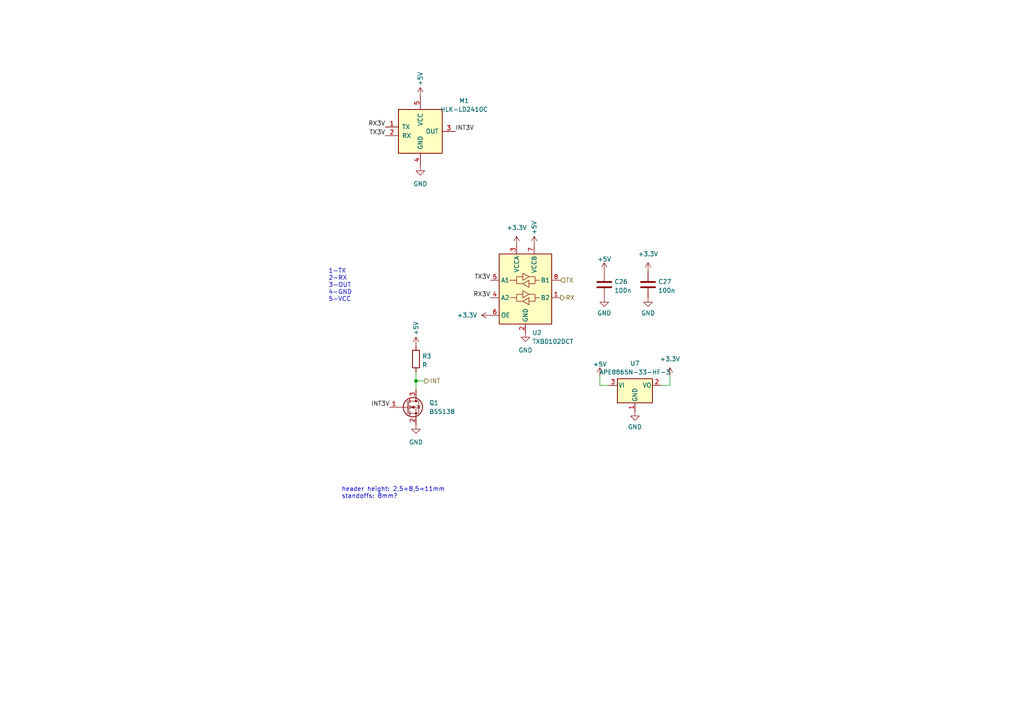
<source format=kicad_sch>
(kicad_sch (version 20231120) (generator "eeschema") (generator_version "8.0")
  (paper "A4")
  (lib_symbols
    (symbol "Device:C" (pin_numbers hide) (pin_names (offset 0.254))
      (property "Reference" "C" (at 0.635 2.54 0))
      (property "Value" "C" (at 0.635 -2.54 0))
      (symbol "C_0_1"
        (polyline (pts (xy -2.032 -0.762) (xy 2.032 -0.762)) (stroke (width 0.508)))
        (polyline (pts (xy -2.032 0.762) (xy 2.032 0.762)) (stroke (width 0.508)))
      )
      (symbol "C_1_1"
        (pin passive line (at 0 3.81 270) (length 2.794) (name "~") (number "1"))
        (pin passive line (at 0 -3.81 90) (length 2.794) (name "~") (number "2"))
      )
    )
    (symbol "Device:R" (pin_numbers hide) (pin_names (offset 0))
      (property "Reference" "R" (at 2.032 0 90))
      (property "Value" "R" (at 0 0 90))
      (symbol "R_0_1"
        (rectangle (start -1.016 -2.54) (end 1.016 2.54) (stroke (width 0.254)))
      )
      (symbol "R_1_1"
        (pin passive line (at 0 3.81 270) (length 1.27) (name "~") (number "1"))
        (pin passive line (at 0 -3.81 90) (length 1.27) (name "~") (number "2"))
      )
    )
    (symbol "Logic_LevelTranslator:TXB0102DCT"
      (property "Reference" "U" (at -6.35 11.43 0))
      (property "Value" "TXB0102DCT" (at 3.81 11.43 0))
      (symbol "TXB0102DCT_0_1"
        (rectangle (start -7.62 10.16) (end 7.62 -10.16) (stroke (width 0.254)) (fill (type background)))
        (polyline (pts (xy -2.54 -2.54) (xy -2.54 -1.524) (xy -0.762 -1.524)))
        (polyline (pts (xy -2.54 2.54) (xy -2.54 3.556) (xy -0.762 3.556)))
        (polyline (pts (xy 2.794 -2.54) (xy 2.794 -3.556) (xy 1.016 -3.556)))
        (polyline (pts (xy 2.794 2.54) (xy 2.794 1.524) (xy 1.016 1.524)))
        (polyline (pts (xy -0.762 -3.556) (xy -2.54 -3.556) (xy -2.54 -2.54) (xy -4.318 -2.54)))
        (polyline (pts (xy -0.762 -2.54) (xy -0.762 -0.508) (xy 1.016 -1.524) (xy -0.762 -2.54)) (fill (type background)))
        (polyline (pts (xy -0.762 1.524) (xy -2.54 1.524) (xy -2.54 2.54) (xy -4.572 2.54)))
        (polyline (pts (xy -0.762 2.54) (xy -0.762 4.572) (xy 1.016 3.556) (xy -0.762 2.54)))
        (polyline (pts (xy 1.016 -2.54) (xy 1.016 -4.572) (xy -0.762 -3.556) (xy 1.016 -2.54)))
        (polyline (pts (xy 1.016 -1.524) (xy 2.794 -1.524) (xy 2.794 -2.54) (xy 4.064 -2.54)))
        (polyline (pts (xy 1.016 3.556) (xy 2.794 3.556) (xy 2.794 2.54) (xy 4.064 2.54)))
        (polyline (pts (xy 1.016 2.54) (xy 1.016 0.762) (xy 1.016 0.508) (xy -0.762 1.524) (xy 1.016 2.54)))
      )
      (symbol "TXB0102DCT_1_1"
        (pin bidirectional line (at 10.16 -2.54 180) (length 2.54) (name "B2") (number "1"))
        (pin power_in line (at 0 -12.7 90) (length 2.54) (name "GND") (number "2"))
        (pin power_in line (at -2.54 12.7 270) (length 2.54) (name "VCCA") (number "3"))
        (pin bidirectional line (at -10.16 -2.54 0) (length 2.54) (name "A2") (number "4"))
        (pin bidirectional line (at -10.16 2.54 0) (length 2.54) (name "A1") (number "5"))
        (pin input line (at -10.16 -7.62 0) (length 2.54) (name "OE") (number "6"))
        (pin power_in line (at 2.54 12.7 270) (length 2.54) (name "VCCB") (number "7"))
        (pin bidirectional line (at 10.16 2.54 180) (length 2.54) (name "B1") (number "8"))
      )
    )
    (symbol "Regulator_Linear:APE8865N-33-HF-3" (pin_names (offset 0.254))
      (property "Reference" "U" (at -3.81 3.175 0))
      (property "Value" "APE8865N-33-HF-3" (at 0 3.175 0))
      (symbol "APE8865N-33-HF-3_0_1"
        (rectangle (start -5.08 1.905) (end 5.08 -5.08) (stroke (width 0.254)) (fill (type background)))
      )
      (symbol "APE8865N-33-HF-3_1_1"
        (pin power_in line (at 0 -7.62 90) (length 2.54) (name "GND") (number "1"))
        (pin power_out line (at 7.62 0 180) (length 2.54) (name "VO") (number "2"))
        (pin power_in line (at -7.62 0 0) (length 2.54) (name "VI") (number "3"))
      )
    )
    (symbol "Transistor_FET:BSS138" (pin_names hide)
      (property "Reference" "Q" (at 5.08 1.905 0))
      (property "Value" "BSS138" (at 5.08 0 0))
      (symbol "BSS138_0_1"
        (polyline (pts (xy 0.254 0) (xy -2.54 0)))
        (polyline (pts (xy 0.254 1.905) (xy 0.254 -1.905)) (stroke (width 0.254)))
        (polyline (pts (xy 0.762 -1.27) (xy 0.762 -2.286)) (stroke (width 0.254)))
        (polyline (pts (xy 0.762 0.508) (xy 0.762 -0.508)) (stroke (width 0.254)))
        (polyline (pts (xy 0.762 2.286) (xy 0.762 1.27)) (stroke (width 0.254)))
        (polyline (pts (xy 2.54 2.54) (xy 2.54 1.778)))
        (polyline (pts (xy 2.54 -2.54) (xy 2.54 0) (xy 0.762 0)))
        (polyline (pts (xy 0.762 -1.778) (xy 3.302 -1.778) (xy 3.302 1.778) (xy 0.762 1.778)))
        (polyline (pts (xy 1.016 0) (xy 2.032 0.381) (xy 2.032 -0.381) (xy 1.016 0)) (fill (type outline)))
        (polyline (pts (xy 2.794 0.508) (xy 2.921 0.381) (xy 3.683 0.381) (xy 3.81 0.254)))
        (polyline (pts (xy 3.302 0.381) (xy 2.921 -0.254) (xy 3.683 -0.254) (xy 3.302 0.381)))
        (circle (center 1.651 0) (radius 2.794) (stroke (width 0.254)))
        (circle (center 2.54 -1.778) (radius 0.254) (fill (type outline)))
        (circle (center 2.54 1.778) (radius 0.254) (fill (type outline)))
      )
      (symbol "BSS138_1_1"
        (pin input line (at -5.08 0 0) (length 2.54) (name "G") (number "1"))
        (pin passive line (at 2.54 -5.08 90) (length 2.54) (name "S") (number "2"))
        (pin passive line (at 2.54 5.08 270) (length 2.54) (name "D") (number "3"))
      )
    )
    (symbol "power:+3.3V" (power) (pin_names (offset 0))
      (property "Value" "+3.3V" (at 0 3.556 0))
      (symbol "+3.3V_0_1"
        (polyline (pts (xy -0.762 1.27) (xy 0 2.54)))
        (polyline (pts (xy 0 0) (xy 0 2.54)))
        (polyline (pts (xy 0 2.54) (xy 0.762 1.27)))
      )
      (symbol "+3.3V_1_1"
        (pin power_in line (at 0 0 90) (length 0) hide (name "+3.3V") (number "1"))
      )
    )
    (symbol "power:+5V" (power) (pin_names (offset 0))
      (property "Value" "+5V" (at 0 3.556 0))
      (symbol "+5V_0_1"
        (polyline (pts (xy -0.762 1.27) (xy 0 2.54)))
        (polyline (pts (xy 0 0) (xy 0 2.54)))
        (polyline (pts (xy 0 2.54) (xy 0.762 1.27)))
      )
      (symbol "+5V_1_1"
        (pin power_in line (at 0 0 90) (length 0) hide (name "+5V") (number "1"))
      )
    )
    (symbol "power:GND" (power) (pin_names (offset 0))
      (property "Value" "GND" (at 0 -3.81 0))
      (symbol "GND_0_1"
        (polyline (pts (xy 0 0) (xy 0 -1.27) (xy 1.27 -1.27) (xy 0 -2.54) (xy -1.27 -1.27) (xy 0 -1.27)))
      )
      (symbol "GND_1_1"
        (pin power_in line (at 0 0 270) (length 0) hide (name "GND") (number "1"))
      )
    )
    (symbol "project_lib:HLK-LD2410C" (pin_names (offset 1.016))
      (property "Reference" "M" (at 0 7.62 0))
      (property "Value" "HLK-LD2410C" (at 0 -7.62 0))
      (symbol "HLK-LD2410C_1_1"
        (rectangle (start -6.35 6.35) (end 6.35 -6.35) (stroke (width 0.254)) (fill (type background)))
        (pin output line (at -10.16 1.27 0) (length 3.81) (name "TX") (number "1"))
        (pin input line (at -10.16 -1.27 0) (length 3.81) (name "RX") (number "2"))
        (pin output line (at 10.16 0 180) (length 3.81) (name "OUT") (number "3"))
        (pin power_in line (at 0 -10.16 90) (length 3.81) (name "GND") (number "4"))
        (pin power_in line (at 0 10.16 270) (length 3.81) (name "VCC") (number "5"))
      )
    )
  )
  (junction (at 120.65 110.49))
  (wire (pts (xy 194.31 111.76) (xy 191.77 111.76)))
  (wire (pts (xy 173.99 109.22) (xy 173.99 111.76)))
  (wire (pts (xy 173.99 111.76) (xy 176.53 111.76)))
  (wire (pts (xy 120.65 110.49) (xy 120.65 113.03)))
  (wire (pts (xy 120.65 110.49) (xy 123.19 110.49)))
  (wire (pts (xy 194.31 109.22) (xy 194.31 111.76)))
  (wire (pts (xy 120.65 107.95) (xy 120.65 110.49)))
  (text "1-TX\n2-RX\n3-OUT\n4-GND\n5-VCC" (at 95.25 87.63 0) (effects (font (size 1.27 1.27)) (justify left bottom)))
  (text "header height: 2,5+8,5=11mm\nstandoffs: 8mm?" (at 99.06 144.78 0) (effects (font (size 1.27 1.27)) (justify left bottom)))
  (label "TX3V" (at 142.24 81.28 180))
  (label "INT3V" (at 132.08 38.1 0))
  (label "TX3V" (at 111.76 39.37 180))
  (label "INT3V" (at 113.03 118.11 180))
  (label "RX3V" (at 111.76 36.83 180))
  (label "RX3V" (at 142.24 86.36 180))
  (hierarchical_label "TX" (shape input) (at 162.56 81.28 0))
  (hierarchical_label "RX" (shape output) (at 162.56 86.36 0))
  (hierarchical_label "INT" (shape output) (at 123.19 110.49 0))
  (symbol (lib_id "Regulator_Linear:APE8865N-33-HF-3") (at 184.15 111.76 0) (unit 1)
    (property "Reference" "U7" (at 184.15 105.41 0))
    (property "Value" "APE8865N-33-HF-3" (at 184.15 107.95 0))
    (property "Footprint" "Package_TO_SOT_SMD:SOT-23" (effects (hide yes)))
    (property "Datasheet" "http://www.tme.eu/fr/Document/ced3461ed31ea70a3c416fb648e0cde7/APE8865-3.pdf" (effects (hide yes)))
  )
  (symbol (lib_id "power:+3.3V") (at 187.96 78.74 0) (unit 1)
    (property "Reference" "#PWR086" (effects (hide yes)))
    (property "Value" "+3.3V" (at 187.96 73.66 0))
  )
  (symbol (lib_id "power:GND") (at 184.15 119.38 0) (unit 1)
    (property "Reference" "#PWR085" (effects (hide yes)))
    (property "Value" "GND" (at 184.15 123.8234 0))
    (instances (project "room_hub" (path "" (reference "#PWR085") (unit 1))) (project "heating_controller" (path "" (reference "#PWR0177") (unit 1))))
  )
  (symbol (lib_id "power:+5V") (at 154.94 71.12 0) (unit 1)
    (property "Reference" "#PWR015" (effects (hide yes)))
    (property "Value" "+5V" (at 154.94 66.04 90))
    (instances (project "room_hub" (path "" (reference "#PWR015") (unit 1))) (project "heating_controller" (path "" (reference "#PWR0143") (unit 1))))
  )
  (symbol (lib_id "power:+5V") (at 173.99 109.22 0) (unit 1)
    (property "Reference" "#PWR028" (effects (hide yes)))
    (property "Value" "+5V" (at 173.99 105.6442 0))
    (instances (project "room_hub" (path "" (reference "#PWR028") (unit 1))) (project "heating_controller" (path "" (reference "#PWR0178") (unit 1))))
  )
  (symbol (lib_id "power:+5V") (at 121.92 27.94 0) (unit 1)
    (property "Reference" "#PWR06" (effects (hide yes)))
    (property "Value" "+5V" (at 121.92 22.86 90))
    (instances (project "room_hub" (path "" (reference "#PWR06") (unit 1))) (project "heating_controller" (path "" (reference "#PWR0143") (unit 1))))
  )
  (symbol (lib_id "power:GND") (at 175.26 86.36 0) (unit 1)
    (property "Reference" "#PWR049" (effects (hide yes)))
    (property "Value" "GND" (at 175.26 90.8034 0))
    (instances (project "room_hub" (path "" (reference "#PWR049") (unit 1))) (project "heating_controller" (path "" (reference "#PWR0177") (unit 1))))
  )
  (symbol (lib_id "Transistor_FET:BSS138") (at 118.11 118.11 0) (unit 1)
    (property "Reference" "Q1" (at 124.46 116.84 0) (effects (justify left)))
    (property "Value" "BSS138" (at 124.46 119.38 0) (effects (justify left)))
    (property "Footprint" "Package_TO_SOT_SMD:SOT-23" (effects (hide yes)))
    (property "Datasheet" "https://www.onsemi.com/pub/Collateral/BSS138-D.PDF" (effects (hide yes)))
  )
  (symbol (lib_id "power:GND") (at 187.96 86.36 0) (unit 1)
    (property "Reference" "#PWR087" (effects (hide yes)))
    (property "Value" "GND" (at 187.96 90.8034 0))
    (instances (project "room_hub" (path "" (reference "#PWR087") (unit 1))) (project "heating_controller" (path "" (reference "#PWR0177") (unit 1))))
  )
  (symbol (lib_id "Device:C") (at 187.96 82.55 180) (unit 1)
    (property "Reference" "C27" (at 190.881 81.7153 0) (effects (justify right)))
    (property "Value" "100n" (at 190.881 84.2522 0) (effects (justify right)))
    (property "Footprint" "Capacitor_SMD:C_0603_1608Metric" (effects (hide yes)))
    (instances (project "room_hub" (path "" (reference "C27") (unit 1))) (project "heating_controller" (path "" (reference "C19") (unit 1))))
  )
  (symbol (lib_id "power:GND") (at 120.65 123.19 0) (unit 1)
    (property "Reference" "#PWR010" (effects (hide yes)))
    (property "Value" "GND" (at 120.65 128.27 0))
    (instances (project "room_hub" (path "" (reference "#PWR010") (unit 1))) (project "knob_top" (path "" (reference "#PWR073") (unit 1))))
  )
  (symbol (lib_id "power:GND") (at 121.92 48.26 0) (unit 1)
    (property "Reference" "#PWR011" (effects (hide yes)))
    (property "Value" "GND" (at 121.92 53.34 0))
    (instances (project "room_hub" (path "" (reference "#PWR011") (unit 1))) (project "knob_top" (path "" (reference "#PWR073") (unit 1))))
  )
  (symbol (lib_id "power:+3.3V") (at 149.86 71.12 0) (unit 1)
    (property "Reference" "#PWR013" (effects (hide yes)))
    (property "Value" "+3.3V" (at 149.86 66.04 0))
  )
  (symbol (lib_id "power:+3.3V") (at 194.31 109.22 0) (unit 1)
    (property "Reference" "#PWR088" (effects (hide yes)))
    (property "Value" "+3.3V" (at 194.31 104.14 0))
  )
  (symbol (lib_id "power:+5V") (at 120.65 100.33 0) (unit 1)
    (property "Reference" "#PWR07" (effects (hide yes)))
    (property "Value" "+5V" (at 120.65 95.25 90))
    (instances (project "room_hub" (path "" (reference "#PWR07") (unit 1))) (project "heating_controller" (path "" (reference "#PWR0143") (unit 1))))
  )
  (symbol (lib_id "Logic_LevelTranslator:TXB0102DCT") (at 152.4 83.82 0) (unit 1)
    (property "Reference" "U2" (at 154.3559 96.52 0) (effects (justify left)))
    (property "Value" "TXB0102DCT" (at 154.3559 99.06 0) (effects (justify left)))
    (property "Footprint" "Package_SO:TSSOP-8_3x3mm_P0.65mm" (effects (hide yes)))
    (property "Datasheet" "http://www.ti.com/lit/ds/symlink/txb0102.pdf" (effects (hide yes)))
  )
  (symbol (lib_id "power:GND") (at 152.4 96.52 0) (unit 1)
    (property "Reference" "#PWR014" (effects (hide yes)))
    (property "Value" "GND" (at 152.4 101.6 0))
    (instances (project "room_hub" (path "" (reference "#PWR014") (unit 1))) (project "knob_top" (path "" (reference "#PWR073") (unit 1))))
  )
  (symbol (lib_id "power:+5V") (at 175.26 78.74 0) (unit 1)
    (property "Reference" "#PWR029" (effects (hide yes)))
    (property "Value" "+5V" (at 175.26 75.1642 0))
    (instances (project "room_hub" (path "" (reference "#PWR029") (unit 1))) (project "heating_controller" (path "" (reference "#PWR0178") (unit 1))))
  )
  (symbol (lib_id "Device:R") (at 120.65 104.14 0) (unit 1)
    (property "Reference" "R3" (at 122.428 103.3053 0) (effects (justify left)))
    (property "Value" "R" (at 122.428 105.8422 0) (effects (justify left)))
    (property "Footprint" "Resistor_SMD:R_0603_1608Metric" (effects (hide yes)))
    (instances (project "room_hub" (path "" (reference "R3") (unit 1))) (project "heating_controller" (path "" (reference "R32") (unit 1))))
  )
  (symbol (lib_id "Device:C") (at 175.26 82.55 180) (unit 1)
    (property "Reference" "C26" (at 178.181 81.7153 0) (effects (justify right)))
    (property "Value" "100n" (at 178.181 84.2522 0) (effects (justify right)))
    (property "Footprint" "Capacitor_SMD:C_0603_1608Metric" (effects (hide yes)))
    (instances (project "room_hub" (path "" (reference "C26") (unit 1))) (project "heating_controller" (path "" (reference "C19") (unit 1))))
  )
  (symbol (lib_id "power:+3.3V") (at 142.24 91.44 90) (unit 1)
    (property "Reference" "#PWR012" (effects (hide yes)))
    (property "Value" "+3.3V" (at 138.43 91.44 90) (effects (justify left)))
  )
  (symbol (lib_id "project_lib:HLK-LD2410C") (at 121.92 38.1 0) (unit 1)
    (property "Reference" "M1" (at 134.62 29.21 0))
    (property "Value" "HLK-LD2410C" (at 134.62 31.75 0))
    (property "Footprint" "project_lib:HLK-LD2410C" (effects (hide yes)))
  )
)
</source>
